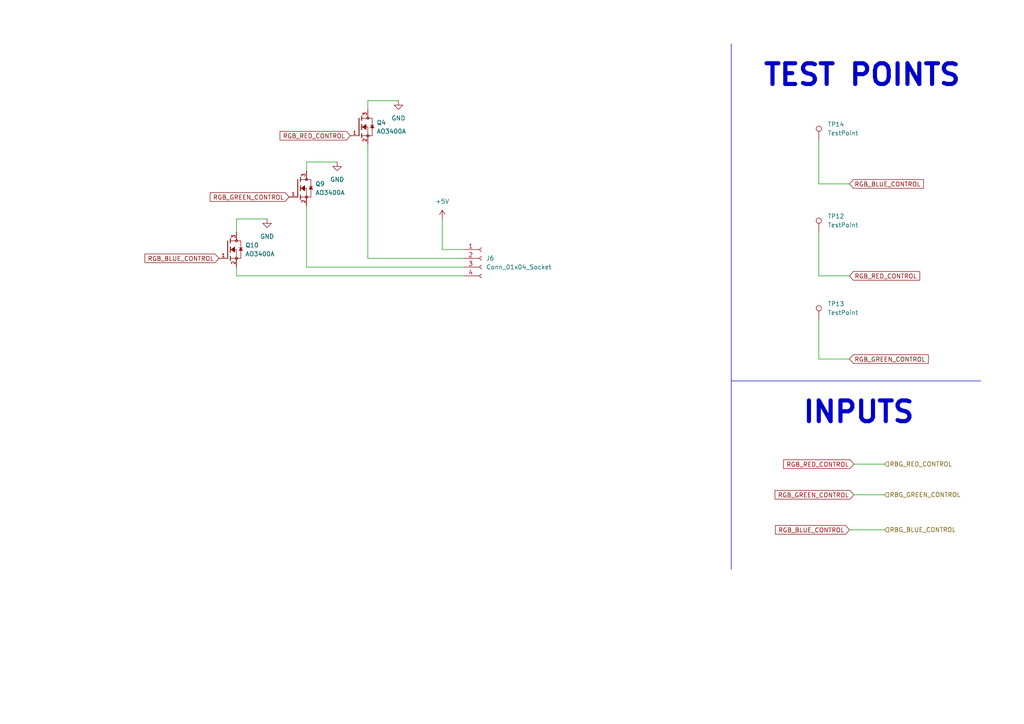
<source format=kicad_sch>
(kicad_sch (version 20230121) (generator eeschema)
  (paper "A4")
  (lib_symbols
    (symbol "A03400A:AO3400A" (pin_names (offset 1.016))
      (property "Reference" "Q" (at -8.89 2.54 0))
      (property "Value" "AO3400A" (at -8.89 -7.62 0))
      (symbol "AO3400A_0_0"
        (polyline (pts (xy 0 2.54) (xy 0 -2.54)) (stroke (width 0.254)))
        (polyline (pts (xy 0.762 -2.54) (xy 0.762 -3.175)) (stroke (width 0.254)))
        (polyline (pts (xy 0.762 -1.905) (xy 0.762 -2.54)) (stroke (width 0.254)))
        (polyline (pts (xy 0.762 0) (xy 0.762 -0.762)) (stroke (width 0.254)))
        (polyline (pts (xy 0.762 0) (xy 2.54 0)) (stroke (width 0.1524)))
        (polyline (pts (xy 0.762 0.762) (xy 0.762 0)) (stroke (width 0.254)))
        (polyline (pts (xy 0.762 2.54) (xy 0.762 1.905)) (stroke (width 0.254)))
        (polyline (pts (xy 0.762 2.54) (xy 3.81 2.54)) (stroke (width 0.1524)))
        (polyline (pts (xy 0.762 3.175) (xy 0.762 2.54)) (stroke (width 0.254)))
        (polyline (pts (xy 2.54 -2.54) (xy 0.762 -2.54)) (stroke (width 0.1524)))
        (polyline (pts (xy 2.54 -2.54) (xy 3.81 -2.54)) (stroke (width 0.1524)))
        (polyline (pts (xy 2.54 0) (xy 2.54 -2.54)) (stroke (width 0.1524)))
        (polyline (pts (xy 3.81 0.508) (xy 3.302 0.508)) (stroke (width 0.1524)))
        (polyline (pts (xy 3.81 0.508) (xy 3.81 -2.54)) (stroke (width 0.1524)))
        (polyline (pts (xy 3.81 2.54) (xy 3.81 0.508)) (stroke (width 0.1524)))
        (polyline (pts (xy 4.318 0.508) (xy 3.81 0.508)) (stroke (width 0.1524)))
        (polyline (pts (xy 1.016 0) (xy 2.032 0.762) (xy 2.032 -0.762) (xy 1.016 0)) (stroke (width 0.1524)) (fill (type outline)))
        (polyline (pts (xy 3.81 0.508) (xy 3.302 -0.254) (xy 4.318 -0.254) (xy 3.81 0.508)) (stroke (width 0.1524)) (fill (type outline)))
        (circle (center 2.54 -2.54) (radius 0.3592))
        (circle (center 2.54 2.54) (radius 0.3592))
        (pin passive line (at -2.54 -2.54 0) (length 2.54) (name "~") (number "1"))
        (pin passive line (at 2.54 -5.08 90) (length 2.54) (name "~") (number "2"))
        (pin passive line (at 2.54 5.08 270) (length 2.54) (name "~") (number "3"))
      )
    )
    (symbol "Connector:Conn_01x04_Socket" (pin_names (offset 1.016) hide)
      (property "Reference" "J" (at 0 5.08 0))
      (property "Value" "Conn_01x04_Socket" (at 0 -7.62 0))
      (symbol "Conn_01x04_Socket_1_1"
        (arc (start 0 -4.572) (mid -0.5058 -5.08) (end 0 -5.588) (stroke (width 0.1524)))
        (arc (start 0 -2.032) (mid -0.5058 -2.54) (end 0 -3.048) (stroke (width 0.1524)))
        (polyline (pts (xy -1.27 -5.08) (xy -0.508 -5.08)) (stroke (width 0.1524)))
        (polyline (pts (xy -1.27 -2.54) (xy -0.508 -2.54)) (stroke (width 0.1524)))
        (polyline (pts (xy -1.27 0) (xy -0.508 0)) (stroke (width 0.1524)))
        (polyline (pts (xy -1.27 2.54) (xy -0.508 2.54)) (stroke (width 0.1524)))
        (arc (start 0 0.508) (mid -0.5058 0) (end 0 -0.508) (stroke (width 0.1524)))
        (arc (start 0 3.048) (mid -0.5058 2.54) (end 0 2.032) (stroke (width 0.1524)))
        (pin passive line (at -5.08 2.54 0) (length 3.81) (name "Pin_1") (number "1"))
        (pin passive line (at -5.08 0 0) (length 3.81) (name "Pin_2") (number "2"))
        (pin passive line (at -5.08 -2.54 0) (length 3.81) (name "Pin_3") (number "3"))
        (pin passive line (at -5.08 -5.08 0) (length 3.81) (name "Pin_4") (number "4"))
      )
    )
    (symbol "Connector:TestPoint" (pin_numbers hide) (pin_names (offset 0.762) hide)
      (property "Reference" "TP" (at 0 6.858 0))
      (property "Value" "TestPoint" (at 0 5.08 0))
      (symbol "TestPoint_0_1"
        (circle (center 0 3.302) (radius 0.762))
      )
      (symbol "TestPoint_1_1"
        (pin passive line (at 0 0 90) (length 2.54) (name "1") (number "1"))
      )
    )
    (symbol "power:+5V" (power) (pin_names (offset 0))
      (property "Value" "+5V" (at 0 3.556 0))
      (symbol "+5V_0_1"
        (polyline (pts (xy -0.762 1.27) (xy 0 2.54)))
        (polyline (pts (xy 0 0) (xy 0 2.54)))
        (polyline (pts (xy 0 2.54) (xy 0.762 1.27)))
      )
      (symbol "+5V_1_1"
        (pin power_in line (at 0 0 90) (length 0) hide (name "+5V") (number "1"))
      )
    )
    (symbol "power:GND" (power) (pin_names (offset 0))
      (property "Value" "GND" (at 0 -3.81 0))
      (symbol "GND_0_1"
        (polyline (pts (xy 0 0) (xy 0 -1.27) (xy 1.27 -1.27) (xy 0 -2.54) (xy -1.27 -1.27) (xy 0 -1.27)))
      )
      (symbol "GND_1_1"
        (pin power_in line (at 0 0 270) (length 0) hide (name "GND") (number "1"))
      )
    )
  )
  (wire (pts (xy 88.9 59.69) (xy 88.9 77.47)))
  (wire (pts (xy 68.58 63.5) (xy 77.47 63.5)))
  (wire (pts (xy 88.9 77.47) (xy 134.62 77.47)))
  (wire (pts (xy 247.65 143.51) (xy 256.54 143.51)))
  (wire (pts (xy 237.49 67.31) (xy 237.49 80.01)))
  (wire (pts (xy 246.38 153.67) (xy 256.54 153.67)))
  (wire (pts (xy 237.49 104.14) (xy 246.38 104.14)))
  (wire (pts (xy 88.9 46.99) (xy 97.79 46.99)))
  (wire (pts (xy 68.58 80.01) (xy 134.62 80.01)))
  (wire (pts (xy 106.68 29.21) (xy 115.57 29.21)))
  (wire (pts (xy 106.68 29.21) (xy 106.68 31.75)))
  (wire (pts (xy 88.9 46.99) (xy 88.9 49.53)))
  (wire (pts (xy 237.49 80.01) (xy 246.38 80.01)))
  (wire (pts (xy 237.49 92.71) (xy 237.49 104.14)))
  (polyline (pts (xy 212.09 12.7) (xy 212.09 165.1)))
  (wire (pts (xy 106.68 41.91) (xy 106.68 74.93)))
  (wire (pts (xy 68.58 77.47) (xy 68.58 80.01)))
  (wire (pts (xy 237.49 40.64) (xy 237.49 53.34)))
  (polyline (pts (xy 212.09 110.49) (xy 284.48 110.49)))
  (wire (pts (xy 128.27 63.5) (xy 128.27 72.39)))
  (wire (pts (xy 247.65 134.62) (xy 256.54 134.62)))
  (wire (pts (xy 128.27 72.39) (xy 134.62 72.39)))
  (wire (pts (xy 237.49 53.34) (xy 246.38 53.34)))
  (wire (pts (xy 106.68 74.93) (xy 134.62 74.93)))
  (wire (pts (xy 68.58 63.5) (xy 68.58 67.31)))
  (text "INPUTS" (at 232.41 123.19 0) (effects (font (size 6 6) (thickness 1.2) bold) (justify left bottom)))
  (text "TEST POINTS" (at 220.98 25.4 0) (effects (font (size 6 6) (thickness 1.2) bold) (justify left bottom)))
  (global_label "RGB_GREEN_CONTROL" (shape input) (at 246.38 104.14 0) (property "Intersheetrefs" "${INTERSHEET_REFS}" (effects hide)))
  (global_label "RGB_BLUE_CONTROL" (shape input) (at 63.5 74.93 180) (property "Intersheetrefs" "${INTERSHEET_REFS}" (effects hide)))
  (global_label "RGB_GREEN_CONTROL" (shape input) (at 247.65 143.51 180) (property "Intersheetrefs" "${INTERSHEET_REFS}" (effects hide)))
  (global_label "RGB_RED_CONTROL" (shape input) (at 101.6 39.37 180) (property "Intersheetrefs" "${INTERSHEET_REFS}" (effects hide)))
  (global_label "RGB_BLUE_CONTROL" (shape input) (at 246.38 53.34 0) (property "Intersheetrefs" "${INTERSHEET_REFS}" (effects hide)))
  (global_label "RGB_BLUE_CONTROL" (shape input) (at 246.38 153.67 180) (property "Intersheetrefs" "${INTERSHEET_REFS}" (effects hide)))
  (global_label "RGB_RED_CONTROL" (shape input) (at 246.38 80.01 0) (property "Intersheetrefs" "${INTERSHEET_REFS}" (effects hide)))
  (global_label "RGB_RED_CONTROL" (shape input) (at 247.65 134.62 180) (property "Intersheetrefs" "${INTERSHEET_REFS}" (effects hide)))
  (global_label "RGB_GREEN_CONTROL" (shape input) (at 83.82 57.15 180) (property "Intersheetrefs" "${INTERSHEET_REFS}" (effects hide)))
  (hierarchical_label "RBG_BLUE_CONTROL" (shape input) (at 256.54 153.67 0))
  (hierarchical_label "RBG_RED_CONTROL" (shape input) (at 256.54 134.62 0))
  (hierarchical_label "RBG_GREEN_CONTROL" (shape input) (at 256.54 143.51 0))
  (symbol (lib_id "power:GND") (at 115.57 29.21 0) (unit 1)
    (property "Reference" "#PWR014" (effects hide))
    (property "Value" "GND" (at 115.57 34.29 0))
  )
  (symbol (lib_id "power:GND") (at 77.47 63.5 0) (unit 1)
    (property "Reference" "#PWR032" (effects hide))
    (property "Value" "GND" (at 77.47 68.58 0))
  )
  (symbol (lib_id "Connector:TestPoint") (at 237.49 92.71 0) (unit 1)
    (property "Reference" "TP13" (at 240.03 88.138 0) (effects (justify left)))
    (property "Value" "TestPoint" (at 240.03 90.678 0) (effects (justify left)))
    (property "Footprint" "TestPoint:TestPoint_Pad_D2.0mm" (effects hide))
  )
  (symbol (lib_id "power:GND") (at 97.79 46.99 0) (unit 1)
    (property "Reference" "#PWR031" (effects hide))
    (property "Value" "GND" (at 97.79 52.07 0))
  )
  (symbol (lib_id "A03400A:AO3400A") (at 66.04 72.39 0) (unit 1)
    (property "Reference" "Q10" (at 71.12 71.12 0) (effects (justify left)))
    (property "Value" "AO3400A" (at 71.12 73.66 0) (effects (justify left)))
    (property "Footprint" "Sensify Footprints:SOT95P280X125-3N" (effects hide))
    (property "PARTREV" "L" (effects hide))
    (property "STANDARD" "IPC 7351B" (effects hide))
    (property "MAXIMUM_PACKAGE_HEIGHT" "1.25 mm" (effects hide))
    (property "MANUFACTURER" "Alpha & Omega Semiconductor" (effects hide))
  )
  (symbol (lib_id "Connector:TestPoint") (at 237.49 67.31 0) (unit 1)
    (property "Reference" "TP12" (at 240.03 62.738 0) (effects (justify left)))
    (property "Value" "TestPoint" (at 240.03 65.278 0) (effects (justify left)))
    (property "Footprint" "TestPoint:TestPoint_Pad_D2.0mm" (effects hide))
  )
  (symbol (lib_id "A03400A:AO3400A") (at 104.14 36.83 0) (unit 1)
    (property "Reference" "Q4" (at 109.22 35.56 0) (effects (justify left)))
    (property "Value" "AO3400A" (at 109.22 38.1 0) (effects (justify left)))
    (property "Footprint" "Sensify Footprints:SOT95P280X125-3N" (effects hide))
    (property "PARTREV" "L" (effects hide))
    (property "STANDARD" "IPC 7351B" (effects hide))
    (property "MAXIMUM_PACKAGE_HEIGHT" "1.25 mm" (effects hide))
    (property "MANUFACTURER" "Alpha & Omega Semiconductor" (effects hide))
  )
  (symbol (lib_id "Connector:TestPoint") (at 237.49 40.64 0) (unit 1)
    (property "Reference" "TP14" (at 240.03 36.068 0) (effects (justify left)))
    (property "Value" "TestPoint" (at 240.03 38.608 0) (effects (justify left)))
    (property "Footprint" "TestPoint:TestPoint_Pad_D2.0mm" (effects hide))
  )
  (symbol (lib_id "A03400A:AO3400A") (at 86.36 54.61 0) (unit 1)
    (property "Reference" "Q9" (at 91.44 53.34 0) (effects (justify left)))
    (property "Value" "AO3400A" (at 91.44 55.88 0) (effects (justify left)))
    (property "Footprint" "Sensify Footprints:SOT95P280X125-3N" (effects hide))
    (property "PARTREV" "L" (effects hide))
    (property "STANDARD" "IPC 7351B" (effects hide))
    (property "MAXIMUM_PACKAGE_HEIGHT" "1.25 mm" (effects hide))
    (property "MANUFACTURER" "Alpha & Omega Semiconductor" (effects hide))
  )
  (symbol (lib_id "Connector:Conn_01x04_Socket") (at 139.7 74.93 0) (unit 1)
    (property "Reference" "J6" (at 140.97 74.93 0) (effects (justify left)))
    (property "Value" "Conn_01x04_Socket" (at 140.97 77.47 0) (effects (justify left)))
  )
  (symbol (lib_id "power:+5V") (at 128.27 63.5 0) (unit 1)
    (property "Reference" "#PWR033" (effects hide))
    (property "Value" "+5V" (at 128.27 58.42 0))
  )
)
</source>
